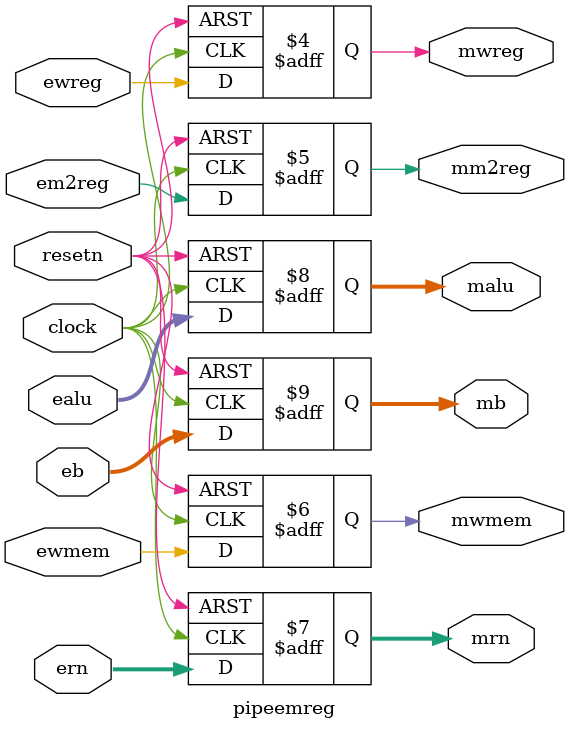
<source format=v>
module pipeemreg(ewreg,em2reg,ewmem,ealu,eb,ern,clock,resetn,/*separate*/ mwreg,mm2reg,mwmem,malu,mb,mrn);
	input ewreg,em2reg,ewmem,clock,resetn;
	input[4:0] ern;
	input[31:0] ealu,eb;
	output mwreg,mm2reg,mwmem;
	output[4:0] mrn;
	output[31:0] malu,mb;

	reg mwreg,mm2reg,mwmem;
	reg[4:0] mrn;
	reg[31:0] malu,mb;

	always @ (negedge resetn or posedge clock)
      if (resetn == 0) 
      	begin
          mwreg <= 0;
    	  mm2reg <= 0;
    	  mwmem <= 0;
    	  mrn <= 0;
    	  malu <= 0;
    	  mb <= 0;
      	end 
      else
      	begin
          mwreg <= ewreg;
    	  mm2reg <= em2reg;
    	  mwmem <= ewmem;
    	  mrn <= ern;
    	  malu <= ealu;
    	  mb <= eb;
      	end

    initial
    	begin
    	  mwreg <= 0;
    	  mm2reg <= 0;
    	  mwmem <= 0;
    	  mrn <= 0;
    	  malu <= 0;
    	  mb <= 0;
    	end
endmodule
</source>
